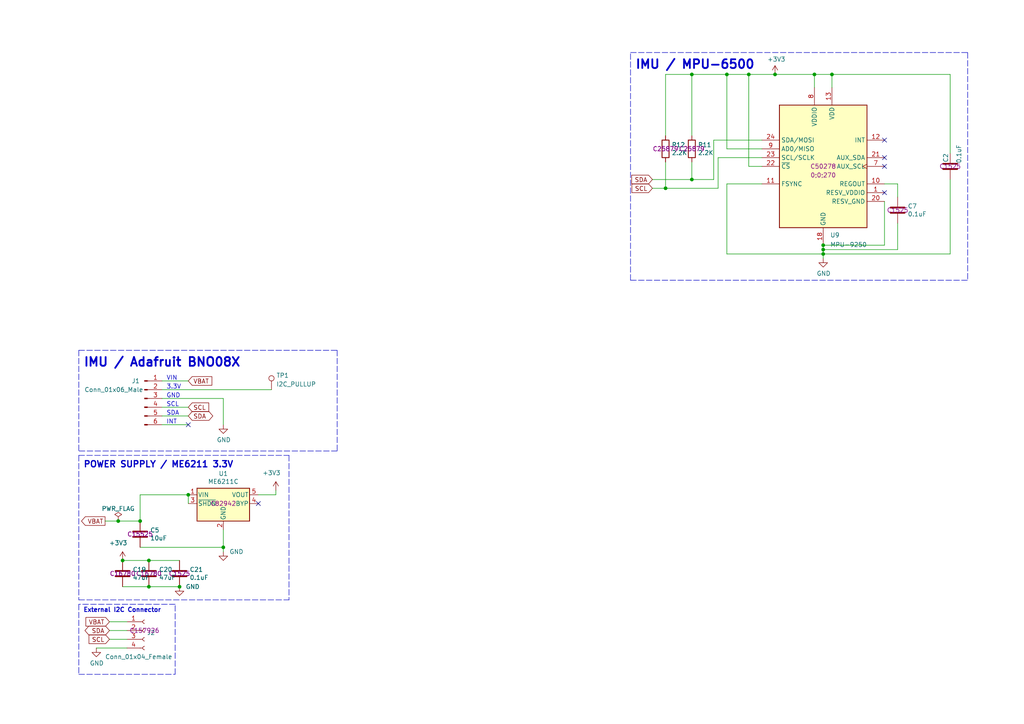
<source format=kicad_sch>
(kicad_sch (version 20211123) (generator eeschema)
  (paper "A4")
  (title_block (title "KTracker-SlimeVR-PCB") (date "2022-08-24") (rev "v0.5") (company "github.com/Kamilake/KTracker-SlimeVR-PCB") (comment 1 "Licensed under CERN-OHL-P v2 or later") (comment 2 "Compatible with github.com/SlimeVR/SlimeVR-Tracker-ESP"))
  (lib_symbols
    (symbol "Connector:Conn_01x04_Female" (pin_names (offset 1.016) hide)
      (property "Reference" "J" (at 0 5.08 0))
      (property "Value" "Conn_01x04_Female" (at 0 -7.62 0))
      (symbol "Conn_01x04_Female_1_1"
        (arc (start 0 -4.572) (mid -0.508 -5.08) (end 0 -5.588) (stroke (width 0.1524)))
        (arc (start 0 -2.032) (mid -0.508 -2.54) (end 0 -3.048) (stroke (width 0.1524)))
        (polyline (pts (xy -1.27 -5.08) (xy -0.508 -5.08)) (stroke (width 0.1524)))
        (polyline (pts (xy -1.27 -2.54) (xy -0.508 -2.54)) (stroke (width 0.1524)))
        (polyline (pts (xy -1.27 0) (xy -0.508 0)) (stroke (width 0.1524)))
        (polyline (pts (xy -1.27 2.54) (xy -0.508 2.54)) (stroke (width 0.1524)))
        (arc (start 0 0.508) (mid -0.508 0) (end 0 -0.508) (stroke (width 0.1524)))
        (arc (start 0 3.048) (mid -0.508 2.54) (end 0 2.032) (stroke (width 0.1524)))
        (pin passive line (at -5.08 2.54 0) (length 3.81) (name "Pin_1") (number "1"))
        (pin passive line (at -5.08 0 0) (length 3.81) (name "Pin_2") (number "2"))
        (pin passive line (at -5.08 -2.54 0) (length 3.81) (name "Pin_3") (number "3"))
        (pin passive line (at -5.08 -5.08 0) (length 3.81) (name "Pin_4") (number "4"))
      )
    )
    (symbol "Connector:Conn_01x06_Male" (pin_names (offset 1.016) hide)
      (property "Reference" "J" (at 0 7.62 0))
      (property "Value" "Conn_01x06_Male" (at 0 -10.16 0))
      (symbol "Conn_01x06_Male_1_1"
        (polyline (pts (xy 1.27 -7.62) (xy 0.8636 -7.62)) (stroke (width 0.1524)))
        (polyline (pts (xy 1.27 -5.08) (xy 0.8636 -5.08)) (stroke (width 0.1524)))
        (polyline (pts (xy 1.27 -2.54) (xy 0.8636 -2.54)) (stroke (width 0.1524)))
        (polyline (pts (xy 1.27 0) (xy 0.8636 0)) (stroke (width 0.1524)))
        (polyline (pts (xy 1.27 2.54) (xy 0.8636 2.54)) (stroke (width 0.1524)))
        (polyline (pts (xy 1.27 5.08) (xy 0.8636 5.08)) (stroke (width 0.1524)))
        (rectangle (start 0.8636 -7.493) (end 0 -7.747) (stroke (width 0.1524)) (fill (type outline)))
        (rectangle (start 0.8636 -4.953) (end 0 -5.207) (stroke (width 0.1524)) (fill (type outline)))
        (rectangle (start 0.8636 -2.413) (end 0 -2.667) (stroke (width 0.1524)) (fill (type outline)))
        (rectangle (start 0.8636 0.127) (end 0 -0.127) (stroke (width 0.1524)) (fill (type outline)))
        (rectangle (start 0.8636 2.667) (end 0 2.413) (stroke (width 0.1524)) (fill (type outline)))
        (rectangle (start 0.8636 5.207) (end 0 4.953) (stroke (width 0.1524)) (fill (type outline)))
        (pin passive line (at 5.08 5.08 180) (length 3.81) (name "Pin_1") (number "1"))
        (pin passive line (at 5.08 2.54 180) (length 3.81) (name "Pin_2") (number "2"))
        (pin passive line (at 5.08 0 180) (length 3.81) (name "Pin_3") (number "3"))
        (pin passive line (at 5.08 -2.54 180) (length 3.81) (name "Pin_4") (number "4"))
        (pin passive line (at 5.08 -5.08 180) (length 3.81) (name "Pin_5") (number "5"))
        (pin passive line (at 5.08 -7.62 180) (length 3.81) (name "Pin_6") (number "6"))
      )
    )
    (symbol "Connector:TestPoint" (pin_numbers hide) (pin_names (offset 0.762) hide)
      (property "Reference" "TP" (at 0 6.858 0))
      (property "Value" "TestPoint" (at 0 5.08 0))
      (symbol "TestPoint_0_1"
        (circle (center 0 3.302) (radius 0.762))
      )
      (symbol "TestPoint_1_1"
        (pin passive line (at 0 0 90) (length 2.54) (name "1") (number "1"))
      )
    )
    (symbol "Device:C" (pin_numbers hide) (pin_names (offset 0.254))
      (property "Reference" "C" (at 0.635 2.54 0))
      (property "Value" "C" (at 0.635 -2.54 0))
      (symbol "C_0_1"
        (polyline (pts (xy -2.032 -0.762) (xy 2.032 -0.762)) (stroke (width 0.508)))
        (polyline (pts (xy -2.032 0.762) (xy 2.032 0.762)) (stroke (width 0.508)))
      )
      (symbol "C_1_1"
        (pin passive line (at 0 3.81 270) (length 2.794) (name "~") (number "1"))
        (pin passive line (at 0 -3.81 90) (length 2.794) (name "~") (number "2"))
      )
    )
    (symbol "Device:R" (pin_numbers hide) (pin_names (offset 0))
      (property "Reference" "R" (at 2.032 0 90))
      (property "Value" "R" (at 0 0 90))
      (symbol "R_0_1"
        (rectangle (start -1.016 -2.54) (end 1.016 2.54) (stroke (width 0.254)))
      )
      (symbol "R_1_1"
        (pin passive line (at 0 3.81 270) (length 1.27) (name "~") (number "1"))
        (pin passive line (at 0 -3.81 90) (length 1.27) (name "~") (number "2"))
      )
    )
    (symbol "Regulator_Linear:APE8865U5-16-HF-3" (pin_names (offset 0.254))
      (property "Reference" "U" (at -6.35 5.715 0))
      (property "Value" "APE8865U5-16-HF-3" (at -3.175 5.715 0))
      (symbol "APE8865U5-16-HF-3_0_1"
        (rectangle (start -7.62 4.445) (end 7.62 -5.08) (stroke (width 0.254)) (fill (type background)))
      )
      (symbol "APE8865U5-16-HF-3_1_1"
        (pin power_in line (at -10.16 2.54 0) (length 2.54) (name "VIN") (number "1"))
        (pin power_in line (at 0 -7.62 90) (length 2.54) (name "GND") (number "2"))
        (pin input line (at -10.16 0 0) (length 2.54) (name "~{SHDN}") (number "3"))
        (pin input line (at 10.16 0 180) (length 2.54) (name "BYP") (number "4"))
        (pin power_out line (at 10.16 2.54 180) (length 2.54) (name "VOUT") (number "5"))
      )
    )
    (symbol "Sensor_Motion:MPU-9250"
      (property "Reference" "U" (at -11.43 19.05 0))
      (property "Value" "MPU-9250" (at 7.62 -19.05 0))
      (symbol "MPU-9250_0_1"
        (rectangle (start -12.7 17.78) (end 12.7 -17.78) (stroke (width 0.254)) (fill (type background)))
      )
      (symbol "MPU-9250_1_1"
        (pin input line (at 17.78 -7.62 180) (length 5.08) (name "RESV_VDDIO") (number "1"))
        (pin passive line (at 17.78 -5.08 180) (length 5.08) (name "REGOUT") (number "10"))
        (pin input line (at -17.78 -5.08 0) (length 5.08) (name "FSYNC") (number "11"))
        (pin output line (at 17.78 7.62 180) (length 5.08) (name "INT") (number "12"))
        (pin power_in line (at 2.54 22.86 270) (length 5.08) (name "VDD") (number "13"))
        (pin power_in line (at 0 -22.86 90) (length 5.08) (name "GND") (number "18"))
        (pin power_in line (at 17.78 -10.16 180) (length 5.08) (name "RESV_GND") (number "20"))
        (pin bidirectional line (at 17.78 2.54 180) (length 5.08) (name "AUX_SDA") (number "21"))
        (pin input line (at -17.78 0 0) (length 5.08) (name "~{CS}") (number "22"))
        (pin input line (at -17.78 2.54 0) (length 5.08) (name "SCL/SCLK") (number "23"))
        (pin bidirectional line (at -17.78 7.62 0) (length 5.08) (name "SDA/MOSI") (number "24"))
        (pin output clock (at 17.78 0 180) (length 5.08) (name "AUX_SCL") (number "7"))
        (pin power_in line (at -2.54 22.86 270) (length 5.08) (name "VDDIO") (number "8"))
        (pin bidirectional line (at -17.78 5.08 0) (length 5.08) (name "AD0/MISO") (number "9"))
      )
    )
    (symbol "power:+3.3V" (power) (pin_names (offset 0))
      (property "Value" "+3.3V" (at 0 3.556 0))
      (symbol "+3.3V_0_1"
        (polyline (pts (xy -0.762 1.27) (xy 0 2.54)))
        (polyline (pts (xy 0 0) (xy 0 2.54)))
        (polyline (pts (xy 0 2.54) (xy 0.762 1.27)))
      )
      (symbol "+3.3V_1_1"
        (pin power_in line (at 0 0 90) (length 0) hide (name "+3V3") (number "1"))
      )
    )
    (symbol "power:GND" (power) (pin_names (offset 0))
      (property "Value" "GND" (at 0 -3.81 0))
      (symbol "GND_0_1"
        (polyline (pts (xy 0 0) (xy 0 -1.27) (xy 1.27 -1.27) (xy 0 -2.54) (xy -1.27 -1.27) (xy 0 -1.27)))
      )
      (symbol "GND_1_1"
        (pin power_in line (at 0 0 270) (length 0) hide (name "GND") (number "1"))
      )
    )
    (symbol "power:PWR_FLAG" (power) (pin_numbers hide) (pin_names (offset 0) hide)
      (property "Value" "PWR_FLAG" (at 0 3.81 0))
      (symbol "PWR_FLAG_0_0"
        (pin power_out line (at 0 0 90) (length 0) (name "pwr") (number "1"))
      )
      (symbol "PWR_FLAG_0_1"
        (polyline (pts (xy 0 0) (xy 0 1.27) (xy -1.016 1.905) (xy 0 2.54) (xy 1.016 1.905) (xy 0 1.27)))
      )
    )
  )
  (junction (at 236.22 21.59))
  (junction (at 43.18 162.56))
  (junction (at 224.79 21.59))
  (junction (at 35.56 162.56))
  (junction (at 217.17 21.59))
  (junction (at 64.77 158.75))
  (junction (at 193.04 54.61))
  (junction (at 238.76 73.66))
  (junction (at 54.61 143.51))
  (junction (at 200.66 21.59))
  (junction (at 241.3 21.59))
  (junction (at 210.82 21.59))
  (junction (at 34.29 151.13))
  (junction (at 40.64 151.13))
  (junction (at 52.07 170.18))
  (junction (at 238.76 71.12))
  (junction (at 43.18 170.18))
  (junction (at 238.76 72.39))
  (junction (at 200.66 52.07))
  (no_connect (at 256.54 40.64))
  (no_connect (at 74.93 146.05))
  (no_connect (at 256.54 45.72))
  (no_connect (at 256.54 55.88))
  (no_connect (at 256.54 48.26))
  (no_connect (at 54.61 123.19))
  (wire (pts (xy 210.82 21.59) (xy 210.82 43.18)))
  (polyline (pts (xy 22.86 101.6) (xy 22.86 130.81)))
  (wire (pts (xy 256.54 71.12) (xy 238.76 71.12)))
  (wire (pts (xy 46.99 113.03) (xy 78.74 113.03)))
  (polyline (pts (xy 50.8 195.58) (xy 50.8 175.26)))
  (polyline (pts (xy 97.79 101.6) (xy 97.79 130.81)))
  (wire (pts (xy 43.18 162.56) (xy 35.56 162.56)))
  (wire (pts (xy 275.59 73.66) (xy 238.76 73.66)))
  (wire (pts (xy 46.99 123.19) (xy 54.61 123.19)))
  (wire (pts (xy 189.23 54.61) (xy 193.04 54.61)))
  (wire (pts (xy 43.18 170.18) (xy 52.07 170.18)))
  (wire (pts (xy 275.59 21.59) (xy 241.3 21.59)))
  (wire (pts (xy 74.93 143.51) (xy 80.01 143.51)))
  (polyline (pts (xy 22.86 132.08) (xy 83.82 132.08)))
  (wire (pts (xy 43.18 170.18) (xy 35.56 170.18)))
  (wire (pts (xy 241.3 21.59) (xy 241.3 25.4)))
  (wire (pts (xy 34.29 151.13) (xy 40.64 151.13)))
  (wire (pts (xy 30.48 151.13) (xy 34.29 151.13)))
  (wire (pts (xy 52.07 162.56) (xy 43.18 162.56)))
  (wire (pts (xy 260.35 57.15) (xy 260.35 53.34)))
  (wire (pts (xy 31.75 185.42) (xy 36.83 185.42)))
  (polyline (pts (xy 97.79 130.81) (xy 22.86 130.81)))
  (wire (pts (xy 210.82 21.59) (xy 217.17 21.59)))
  (polyline (pts (xy 83.82 132.08) (xy 83.82 173.99)))
  (polyline (pts (xy 22.86 132.08) (xy 22.86 173.99)))
  (polyline (pts (xy 182.88 15.24) (xy 280.67 15.24)))
  (wire (pts (xy 200.66 21.59) (xy 200.66 39.37)))
  (wire (pts (xy 46.99 115.57) (xy 64.77 115.57)))
  (wire (pts (xy 40.64 158.75) (xy 64.77 158.75)))
  (wire (pts (xy 64.77 153.67) (xy 64.77 158.75)))
  (wire (pts (xy 40.64 143.51) (xy 54.61 143.51)))
  (wire (pts (xy 220.98 48.26) (xy 217.17 48.26)))
  (wire (pts (xy 275.59 52.07) (xy 275.59 73.66)))
  (polyline (pts (xy 22.86 175.26) (xy 22.86 195.58)))
  (wire (pts (xy 200.66 46.99) (xy 200.66 52.07)))
  (polyline (pts (xy 50.8 175.26) (xy 22.86 175.26)))
  (polyline (pts (xy 22.86 173.99) (xy 83.82 173.99)))
  (polyline (pts (xy 182.88 81.28) (xy 280.67 81.28)))
  (wire (pts (xy 208.28 45.72) (xy 220.98 45.72)))
  (wire (pts (xy 260.35 53.34) (xy 256.54 53.34)))
  (wire (pts (xy 238.76 72.39) (xy 238.76 73.66)))
  (wire (pts (xy 210.82 53.34) (xy 210.82 73.66)))
  (wire (pts (xy 236.22 21.59) (xy 241.3 21.59)))
  (wire (pts (xy 193.04 46.99) (xy 193.04 54.61)))
  (wire (pts (xy 275.59 44.45) (xy 275.59 21.59)))
  (wire (pts (xy 64.77 115.57) (xy 64.77 123.19)))
  (wire (pts (xy 220.98 53.34) (xy 210.82 53.34)))
  (wire (pts (xy 260.35 72.39) (xy 238.76 72.39)))
  (wire (pts (xy 256.54 71.12) (xy 256.54 58.42)))
  (polyline (pts (xy 182.88 81.28) (xy 182.88 15.24)))
  (wire (pts (xy 208.28 54.61) (xy 208.28 45.72)))
  (wire (pts (xy 193.04 21.59) (xy 193.04 39.37)))
  (wire (pts (xy 220.98 43.18) (xy 210.82 43.18)))
  (wire (pts (xy 217.17 21.59) (xy 224.79 21.59)))
  (wire (pts (xy 40.64 151.13) (xy 40.64 143.51)))
  (wire (pts (xy 193.04 21.59) (xy 200.66 21.59)))
  (polyline (pts (xy 22.86 195.58) (xy 50.8 195.58)))
  (wire (pts (xy 54.61 143.51) (xy 54.61 146.05)))
  (wire (pts (xy 260.35 64.77) (xy 260.35 72.39)))
  (wire (pts (xy 238.76 73.66) (xy 238.76 74.93)))
  (polyline (pts (xy 280.67 15.24) (xy 280.67 81.28)))
  (wire (pts (xy 207.01 40.64) (xy 207.01 52.07)))
  (wire (pts (xy 80.01 142.24) (xy 80.01 143.51)))
  (wire (pts (xy 236.22 21.59) (xy 236.22 25.4)))
  (wire (pts (xy 238.76 72.39) (xy 238.76 71.12)))
  (wire (pts (xy 200.66 52.07) (xy 207.01 52.07)))
  (wire (pts (xy 36.83 182.88) (xy 31.75 182.88)))
  (wire (pts (xy 224.79 21.59) (xy 236.22 21.59)))
  (wire (pts (xy 193.04 54.61) (xy 208.28 54.61)))
  (wire (pts (xy 46.99 110.49) (xy 54.61 110.49)))
  (wire (pts (xy 200.66 21.59) (xy 210.82 21.59)))
  (wire (pts (xy 210.82 73.66) (xy 238.76 73.66)))
  (wire (pts (xy 207.01 40.64) (xy 220.98 40.64)))
  (wire (pts (xy 189.23 52.07) (xy 200.66 52.07)))
  (polyline (pts (xy 22.86 101.6) (xy 97.79 101.6)))
  (wire (pts (xy 27.94 187.96) (xy 36.83 187.96)))
  (wire (pts (xy 64.77 158.75) (xy 64.77 160.02)))
  (wire (pts (xy 46.99 120.65) (xy 54.61 120.65)))
  (wire (pts (xy 31.75 180.34) (xy 36.83 180.34)))
  (wire (pts (xy 217.17 48.26) (xy 217.17 21.59)))
  (wire (pts (xy 46.99 118.11) (xy 54.61 118.11)))
  (text "External I2C Connector" (at 24.13 177.8 0) (effects (font (size 1.27 1.27) (thickness 0.254) bold) (justify left bottom)))
  (text "SCL" (at 48.26 118.11 0) (effects (font (size 1.27 1.27)) (justify left bottom)))
  (text "IMU / MPU-6500" (at 184.15 20.32 0) (effects (font (size 2.54 2.54) (thickness 0.508) bold) (justify left bottom)))
  (text "SDA" (at 48.26 120.65 0) (effects (font (size 1.27 1.27)) (justify left bottom)))
  (text "IMU / Adafruit BNO08X" (at 24.13 106.68 0) (effects (font (size 2.54 2.54) (thickness 0.508) bold) (justify left bottom)))
  (text "POWER SUPPLY / ME6211 3.3V" (at 24.13 135.89 0) (effects (font (size 1.8034 1.8034) (thickness 0.3607) bold) (justify left bottom)))
  (text "GND" (at 48.26 115.57 0) (effects (font (size 1.27 1.27)) (justify left bottom)))
  (text "VIN" (at 48.26 110.49 0) (effects (font (size 1.27 1.27)) (justify left bottom)))
  (text "INT" (at 48.26 123.19 0) (effects (font (size 1.27 1.27)) (justify left bottom)))
  (text "3.3V" (at 48.26 113.03 0) (effects (font (size 1.27 1.27)) (justify left bottom)))
  (global_label "VBAT" (shape input) (at 31.75 180.34 180) (property "Intersheet References" "${INTERSHEET_REFS}" (effects hide)))
  (global_label "SDA" (shape bidirectional) (at 31.75 182.88 180) (property "Intersheet References" "${INTERSHEET_REFS}" (effects hide)))
  (global_label "SDA" (shape input) (at 189.23 52.07 180) (property "Intersheet References" "${INTERSHEET_REFS}" (effects hide)))
  (global_label "SCL" (shape input) (at 54.61 118.11 0) (property "Intersheet References" "${INTERSHEET_REFS}" (effects hide)))
  (global_label "VBAT" (shape output) (at 30.48 151.13 180) (property "Intersheet References" "${INTERSHEET_REFS}" (effects hide)))
  (global_label "SCL" (shape input) (at 31.75 185.42 180) (property "Intersheet References" "${INTERSHEET_REFS}" (effects hide)))
  (global_label "VBAT" (shape input) (at 54.61 110.49 0) (property "Intersheet References" "${INTERSHEET_REFS}" (effects hide)))
  (global_label "SDA" (shape bidirectional) (at 54.61 120.65 0) (property "Intersheet References" "${INTERSHEET_REFS}" (effects hide)))
  (global_label "SCL" (shape input) (at 189.23 54.61 180) (property "Intersheet References" "${INTERSHEET_REFS}" (effects hide)))
  (symbol (lib_id "Device:C") (at 260.35 60.96 0) (unit 1)
    (property "Reference" "C7" (at 263.271 59.7916 0) (effects (justify left)))
    (property "Value" "0.1uF" (at 263.271 62.103 0) (effects (justify left)))
    (property "Footprint" "Capacitor_SMD:C_0402_1005Metric" (effects hide))
    (property "LCSC" "C1525" (at 260.35 60.96 0))
  )
  (symbol (lib_id "Device:R") (at 193.04 43.18 0) (unit 1)
    (property "Reference" "R12" (at 194.818 42.0116 0) (effects (justify left)))
    (property "Value" "2.2K" (at 194.818 44.323 0) (effects (justify left)))
    (property "Footprint" "Resistor_SMD:R_0402_1005Metric" (effects hide))
    (property "LCSC" "C25879" (at 193.04 43.18 0))
  )
  (symbol (lib_id "Device:R") (at 200.66 43.18 0) (unit 1)
    (property "Reference" "R11" (at 202.438 42.0116 0) (effects (justify left)))
    (property "Value" "2.2K" (at 202.438 44.323 0) (effects (justify left)))
    (property "Footprint" "Resistor_SMD:R_0402_1005Metric" (effects hide))
    (property "LCSC" "C25879" (at 200.66 43.18 0))
  )
  (symbol (lib_id "power:GND") (at 238.76 74.93 0) (unit 1)
    (property "Reference" "#PWR07" (effects hide))
    (property "Value" "GND" (at 238.887 79.3242 0))
  )
  (symbol (lib_id "power:+3.3V") (at 224.79 21.59 0) (unit 1)
    (property "Reference" "#PWR02" (effects hide))
    (property "Value" "+3.3V" (at 225.171 17.1958 0))
  )
  (symbol (lib_id "power:+3.3V") (at 80.01 142.24 0) (unit 1)
    (property "Reference" "#PWR0109" (effects hide))
    (property "Value" "+3.3V" (at 78.74 137.16 0))
  )
  (symbol (lib_id "Device:C") (at 40.64 154.94 0) (unit 1)
    (property "Reference" "C5" (at 43.561 153.7716 0) (effects (justify left)))
    (property "Value" "10uF" (at 43.561 156.083 0) (effects (justify left)))
    (property "Footprint" "Capacitor_SMD:C_0402_1005Metric" (effects hide))
    (property "LCSC" "C15525" (at 40.64 154.94 0))
  )
  (symbol (lib_id "Connector:Conn_01x04_Female") (at 41.91 182.88 0) (unit 1)
    (property "Reference" "J2" (at 42.6212 183.4896 0) (effects (justify left)))
    (property "Value" "Conn_01x04_Female" (at 30.48 190.5 0) (effects (justify left)))
    (property "Footprint" "Connector_JST:JST_PH_S4B-PH-K_1x04_P2.00mm_Horizontal" (effects hide))
    (property "LCSC" "C157926" (at 41.91 182.88 0))
  )
  (symbol (lib_id "power:GND") (at 27.94 187.96 0) (unit 1)
    (property "Reference" "#PWR0110" (effects hide))
    (property "Value" "GND" (at 28.067 192.3542 0))
  )
  (symbol (lib_id "Regulator_Linear:APE8865U5-16-HF-3") (at 64.77 146.05 0) (unit 1)
    (property "Reference" "U1" (at 64.77 137.3632 0))
    (property "Value" "ME6211C" (at 64.77 139.6746 0))
    (property "Footprint" "Package_TO_SOT_SMD:SOT-23-5" (effects hide))
    (property "Datasheet" "http://www.tme.eu/fr/Document/ced3461ed31ea70a3c416fb648e0cde7/APE8865-3.pdf" (effects hide))
    (property "LCSC" "C82942" (at 64.77 146.05 0))
    (property "JLCPCB_CORRECTION" "0;0;180" (effects hide))
  )
  (symbol (lib_id "power:GND") (at 64.77 160.02 0) (unit 1)
    (property "Reference" "#PWR0101" (effects hide))
    (property "Value" "GND" (at 68.58 160.02 0))
  )
  (symbol (lib_id "Device:C") (at 35.56 166.37 0) (unit 1)
    (property "Reference" "C19" (at 38.481 165.2016 0) (effects (justify left)))
    (property "Value" "47uF" (at 38.481 167.513 0) (effects (justify left)))
    (property "Footprint" "Capacitor_SMD:C_0805_2012Metric" (effects hide))
    (property "LCSC" "C16780" (at 35.56 166.37 0))
  )
  (symbol (lib_id "Device:C") (at 43.18 166.37 0) (unit 1)
    (property "Reference" "C20" (at 46.101 165.2016 0) (effects (justify left)))
    (property "Value" "47uF" (at 46.101 167.513 0) (effects (justify left)))
    (property "Footprint" "Capacitor_SMD:C_0805_2012Metric" (effects hide))
    (property "LCSC" "C16780" (at 43.18 166.37 0))
  )
  (symbol (lib_id "power:+3.3V") (at 35.56 162.56 0) (unit 1)
    (property "Reference" "#PWR0115" (effects hide))
    (property "Value" "+3.3V" (at 34.29 157.48 0))
  )
  (symbol (lib_id "Device:C") (at 52.07 166.37 0) (unit 1)
    (property "Reference" "C21" (at 54.991 165.2016 0) (effects (justify left)))
    (property "Value" "0.1uF" (at 54.991 167.513 0) (effects (justify left)))
    (property "Footprint" "Capacitor_SMD:C_0402_1005Metric" (effects hide))
    (property "LCSC" "C1525" (at 52.07 166.37 0))
  )
  (symbol (lib_id "power:GND") (at 52.07 170.18 0) (unit 1)
    (property "Reference" "#PWR09" (effects hide))
    (property "Value" "GND" (at 55.88 170.18 0))
  )
  (symbol (lib_id "power:PWR_FLAG") (at 34.29 151.13 0) (unit 1)
    (property "Reference" "#FLG0101" (effects hide))
    (property "Value" "PWR_FLAG" (at 34.29 147.5255 0))
  )
  (symbol (lib_id "Sensor_Motion:MPU-9250") (at 238.76 48.26 0) (unit 1)
    (property "Reference" "U9" (at 240.7794 68.1895 0) (effects (justify left)))
    (property "Value" "MPU-9250" (at 240.7794 70.9646 0) (effects (justify left)))
    (property "Footprint" "Sensor_Motion:InvenSense_QFN-24_3x3mm_P0.4mm" (effects hide))
    (property "Datasheet" "https://store.invensense.com/datasheets/invensense/MPU9250REV1.0.pdf" (effects hide))
    (property "LCSC" "C50278" (at 238.76 48.26 0))
    (property "JLCPCB_CORRECTION" "0;0;270" (at 238.76 50.8 0))
  )
  (symbol (lib_id "power:GND") (at 64.77 123.19 0) (unit 1)
    (property "Reference" "#PWR0102" (effects hide))
    (property "Value" "GND" (at 64.897 127.5842 0))
  )
  (symbol (lib_id "Connector:Conn_01x06_Male") (at 41.91 115.57 0) (unit 1)
    (property "Reference" "J1" (at 39.37 110.49 0))
    (property "Value" "Conn_01x06_Male" (at 33.02 113.03 0))
    (property "Footprint" "Connector_PinHeader_2.54mm:PinHeader_1x06_P2.54mm_Vertical" (effects hide))
  )
  (symbol (lib_id "Connector:TestPoint") (at 78.74 113.03 0) (unit 1)
    (property "Reference" "TP1" (at 80.137 108.8933 0) (effects (justify left)))
    (property "Value" "I2C_PULLUP" (at 80.137 111.4302 0) (effects (justify left)))
    (property "Footprint" "TestPoint:TestPoint_Pad_D1.5mm" (effects hide))
  )
  (symbol (lib_id "Device:C") (at 275.59 48.26 180) (unit 1)
    (property "Reference" "C2" (at 274.32 44.45 90) (effects (justify left)))
    (property "Value" "0.1uF" (at 278.13 41.91 90) (effects (justify left)))
    (property "Footprint" "Capacitor_SMD:C_0402_1005Metric" (effects hide))
    (property "LCSC" "C1525" (at 275.59 48.26 0))
  )
)
</source>
